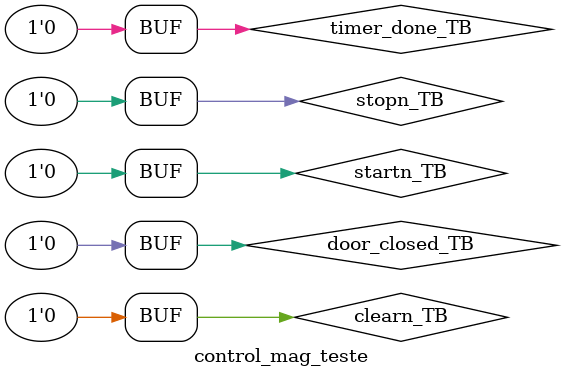
<source format=v>
`timescale 1ns/1ns
`include "control_mag.v"

module control_mag_teste;

    reg startn_TB, stopn_TB, clearn_TB, door_closed_TB, timer_done_TB;
  	wire  set_TB, reset_TB;

  	control_mag DUT(.startn(startn_TB), .stopn(stopn_TB), .clearn(clearn_TB), .door_closed(door_closed_TB), .timer_done(timer_done_TB), .set(set_TB), .reset(reset_TB));

    initial
        begin

            $dumpfile("control_mag_teste.vcd");
            $dumpvars(0, control_mag_teste);

                startn_TB=1; stopn_TB=0; clearn_TB=0; door_closed_TB=0; timer_done_TB=0;
            #5  startn_TB=1; stopn_TB=0; clearn_TB=0; door_closed_TB=1; timer_done_TB=0;
         	  #5  startn_TB=1; stopn_TB=1; clearn_TB=0; door_closed_TB=1; timer_done_TB=0;
            #5  startn_TB=1; stopn_TB=0; clearn_TB=0; door_closed_TB=1; timer_done_TB=0;
            #5  startn_TB=1; stopn_TB=0; clearn_TB=0; door_closed_TB=1; timer_done_TB=1;
            #5  startn_TB=1; stopn_TB=0; clearn_TB=0; door_closed_TB=0; timer_done_TB=0;
          	#5  startn_TB=1; stopn_TB=0; clearn_TB=1; door_closed_TB=1; timer_done_TB=1;
            #5  startn_TB=1; stopn_TB=0; clearn_TB=0; door_closed_TB=1; timer_done_TB=0;
          	#5  startn_TB=1; stopn_TB=1; clearn_TB=1; door_closed_TB=1; timer_done_TB=1;
            #5  startn_TB=0; stopn_TB=1; clearn_TB=1; door_closed_TB=1; timer_done_TB=1;
            #5  startn_TB=0; stopn_TB=0; clearn_TB=0; door_closed_TB=0; timer_done_TB=0;
          
        end
endmodule
</source>
